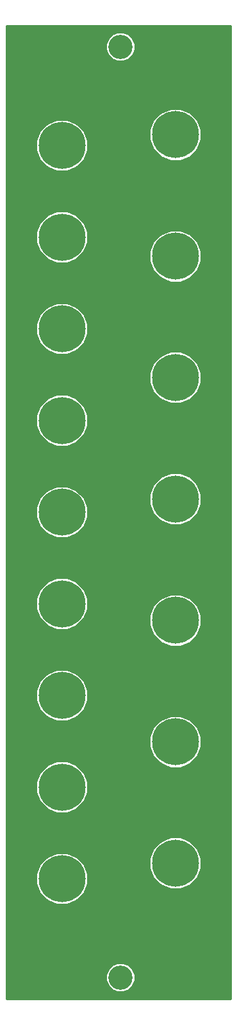
<source format=gbr>
G04 #@! TF.GenerationSoftware,KiCad,Pcbnew,(5.0.0-rc2-47-g52fceb3)*
G04 #@! TF.CreationDate,2018-06-13T16:43:58-05:00*
G04 #@! TF.ProjectId,nearness_att_panel,6E6561726E6573735F6174745F70616E,rev?*
G04 #@! TF.SameCoordinates,Original*
G04 #@! TF.FileFunction,Copper,L2,Bot,Signal*
G04 #@! TF.FilePolarity,Positive*
%FSLAX46Y46*%
G04 Gerber Fmt 4.6, Leading zero omitted, Abs format (unit mm)*
G04 Created by KiCad (PCBNEW (5.0.0-rc2-47-g52fceb3)) date Wednesday, June 13, 2018 at 04:43:58 PM*
%MOMM*%
%LPD*%
G01*
G04 APERTURE LIST*
G04 #@! TA.AperFunction,ComponentPad*
%ADD10C,6.200000*%
G04 #@! TD*
G04 #@! TA.AperFunction,ComponentPad*
%ADD11C,3.200000*%
G04 #@! TD*
G04 #@! TA.AperFunction,NonConductor*
%ADD12C,0.254000*%
G04 #@! TD*
G04 APERTURE END LIST*
D10*
G04 #@! TO.P,REF\002A\002A,*
G04 #@! TO.N,*
X7500000Y-15980000D03*
G04 #@! TD*
G04 #@! TO.P,REF\002A\002A,*
G04 #@! TO.N,*
X22500000Y-110456000D03*
G04 #@! TD*
G04 #@! TO.P,REF\002A\002A,*
G04 #@! TO.N,*
X22500000Y-94475000D03*
G04 #@! TD*
G04 #@! TO.P,REF\002A\002A,*
G04 #@! TO.N,*
X22500000Y-78493000D03*
G04 #@! TD*
G04 #@! TO.P,REF\002A\002A,*
G04 #@! TO.N,*
X22500000Y-62512000D03*
G04 #@! TD*
G04 #@! TO.P,REF\002A\002A,*
G04 #@! TO.N,*
X22500000Y-46531000D03*
G04 #@! TD*
G04 #@! TO.P,REF\002A\002A,*
G04 #@! TO.N,*
X22500000Y-30550000D03*
G04 #@! TD*
G04 #@! TO.P,REF\002A\002A,*
G04 #@! TO.N,*
X22500000Y-14569000D03*
G04 #@! TD*
G04 #@! TO.P,REF\002A\002A,*
G04 #@! TO.N,*
X7500000Y-112500000D03*
G04 #@! TD*
G04 #@! TO.P,REF\002A\002A,*
G04 #@! TO.N,*
X7500000Y-100435000D03*
G04 #@! TD*
G04 #@! TO.P,REF\002A\002A,*
G04 #@! TO.N,*
X7500000Y-88370000D03*
G04 #@! TD*
G04 #@! TO.P,REF\002A\002A,*
G04 #@! TO.N,*
X7500000Y-76305000D03*
G04 #@! TD*
G04 #@! TO.P,REF\002A\002A,*
G04 #@! TO.N,*
X7500000Y-64240000D03*
G04 #@! TD*
G04 #@! TO.P,REF\002A\002A,*
G04 #@! TO.N,*
X7500000Y-52175000D03*
G04 #@! TD*
G04 #@! TO.P,REF\002A\002A,*
G04 #@! TO.N,*
X7500000Y-40110000D03*
G04 #@! TD*
G04 #@! TO.P,REF\002A\002A,*
G04 #@! TO.N,*
X7500000Y-28045000D03*
G04 #@! TD*
D11*
G04 #@! TO.P,REF\002A\002A,*
G04 #@! TO.N,*
X15240000Y-3000000D03*
G04 #@! TD*
G04 #@! TO.P,REF\002A\002A,*
G04 #@! TO.N,*
X15240000Y-125500000D03*
G04 #@! TD*
D12*
G36*
X29798000Y-9657882D02*
X29798001Y-128298000D01*
X1485834Y-128298000D01*
X202000Y-128295828D01*
X202000Y-125116696D01*
X13313000Y-125116696D01*
X13313000Y-125883304D01*
X13606368Y-126591558D01*
X14148442Y-127133632D01*
X14856696Y-127427000D01*
X15623304Y-127427000D01*
X16331558Y-127133632D01*
X16873632Y-126591558D01*
X17167000Y-125883304D01*
X17167000Y-125116696D01*
X16873632Y-124408442D01*
X16331558Y-123866368D01*
X15623304Y-123573000D01*
X14856696Y-123573000D01*
X14148442Y-123866368D01*
X13606368Y-124408442D01*
X13313000Y-125116696D01*
X202000Y-125116696D01*
X202000Y-111818327D01*
X4073000Y-111818327D01*
X4073000Y-113181673D01*
X4594730Y-114441240D01*
X5558760Y-115405270D01*
X6818327Y-115927000D01*
X8181673Y-115927000D01*
X9441240Y-115405270D01*
X10405270Y-114441240D01*
X10927000Y-113181673D01*
X10927000Y-111818327D01*
X10405270Y-110558760D01*
X9620837Y-109774327D01*
X19073000Y-109774327D01*
X19073000Y-111137673D01*
X19594730Y-112397240D01*
X20558760Y-113361270D01*
X21818327Y-113883000D01*
X23181673Y-113883000D01*
X24441240Y-113361270D01*
X25405270Y-112397240D01*
X25927000Y-111137673D01*
X25927000Y-109774327D01*
X25405270Y-108514760D01*
X24441240Y-107550730D01*
X23181673Y-107029000D01*
X21818327Y-107029000D01*
X20558760Y-107550730D01*
X19594730Y-108514760D01*
X19073000Y-109774327D01*
X9620837Y-109774327D01*
X9441240Y-109594730D01*
X8181673Y-109073000D01*
X6818327Y-109073000D01*
X5558760Y-109594730D01*
X4594730Y-110558760D01*
X4073000Y-111818327D01*
X202000Y-111818327D01*
X202000Y-99753327D01*
X4073000Y-99753327D01*
X4073000Y-101116673D01*
X4594730Y-102376240D01*
X5558760Y-103340270D01*
X6818327Y-103862000D01*
X8181673Y-103862000D01*
X9441240Y-103340270D01*
X10405270Y-102376240D01*
X10927000Y-101116673D01*
X10927000Y-99753327D01*
X10405270Y-98493760D01*
X9441240Y-97529730D01*
X8181673Y-97008000D01*
X6818327Y-97008000D01*
X5558760Y-97529730D01*
X4594730Y-98493760D01*
X4073000Y-99753327D01*
X202000Y-99753327D01*
X202000Y-93793327D01*
X19073000Y-93793327D01*
X19073000Y-95156673D01*
X19594730Y-96416240D01*
X20558760Y-97380270D01*
X21818327Y-97902000D01*
X23181673Y-97902000D01*
X24441240Y-97380270D01*
X25405270Y-96416240D01*
X25927000Y-95156673D01*
X25927000Y-93793327D01*
X25405270Y-92533760D01*
X24441240Y-91569730D01*
X23181673Y-91048000D01*
X21818327Y-91048000D01*
X20558760Y-91569730D01*
X19594730Y-92533760D01*
X19073000Y-93793327D01*
X202000Y-93793327D01*
X202000Y-87688327D01*
X4073000Y-87688327D01*
X4073000Y-89051673D01*
X4594730Y-90311240D01*
X5558760Y-91275270D01*
X6818327Y-91797000D01*
X8181673Y-91797000D01*
X9441240Y-91275270D01*
X10405270Y-90311240D01*
X10927000Y-89051673D01*
X10927000Y-87688327D01*
X10405270Y-86428760D01*
X9441240Y-85464730D01*
X8181673Y-84943000D01*
X6818327Y-84943000D01*
X5558760Y-85464730D01*
X4594730Y-86428760D01*
X4073000Y-87688327D01*
X202000Y-87688327D01*
X202000Y-75623327D01*
X4073000Y-75623327D01*
X4073000Y-76986673D01*
X4594730Y-78246240D01*
X5558760Y-79210270D01*
X6818327Y-79732000D01*
X8181673Y-79732000D01*
X9441240Y-79210270D01*
X10405270Y-78246240D01*
X10585416Y-77811327D01*
X19073000Y-77811327D01*
X19073000Y-79174673D01*
X19594730Y-80434240D01*
X20558760Y-81398270D01*
X21818327Y-81920000D01*
X23181673Y-81920000D01*
X24441240Y-81398270D01*
X25405270Y-80434240D01*
X25927000Y-79174673D01*
X25927000Y-77811327D01*
X25405270Y-76551760D01*
X24441240Y-75587730D01*
X23181673Y-75066000D01*
X21818327Y-75066000D01*
X20558760Y-75587730D01*
X19594730Y-76551760D01*
X19073000Y-77811327D01*
X10585416Y-77811327D01*
X10927000Y-76986673D01*
X10927000Y-75623327D01*
X10405270Y-74363760D01*
X9441240Y-73399730D01*
X8181673Y-72878000D01*
X6818327Y-72878000D01*
X5558760Y-73399730D01*
X4594730Y-74363760D01*
X4073000Y-75623327D01*
X202000Y-75623327D01*
X202000Y-63558327D01*
X4073000Y-63558327D01*
X4073000Y-64921673D01*
X4594730Y-66181240D01*
X5558760Y-67145270D01*
X6818327Y-67667000D01*
X8181673Y-67667000D01*
X9441240Y-67145270D01*
X10405270Y-66181240D01*
X10927000Y-64921673D01*
X10927000Y-63558327D01*
X10405270Y-62298760D01*
X9936837Y-61830327D01*
X19073000Y-61830327D01*
X19073000Y-63193673D01*
X19594730Y-64453240D01*
X20558760Y-65417270D01*
X21818327Y-65939000D01*
X23181673Y-65939000D01*
X24441240Y-65417270D01*
X25405270Y-64453240D01*
X25927000Y-63193673D01*
X25927000Y-61830327D01*
X25405270Y-60570760D01*
X24441240Y-59606730D01*
X23181673Y-59085000D01*
X21818327Y-59085000D01*
X20558760Y-59606730D01*
X19594730Y-60570760D01*
X19073000Y-61830327D01*
X9936837Y-61830327D01*
X9441240Y-61334730D01*
X8181673Y-60813000D01*
X6818327Y-60813000D01*
X5558760Y-61334730D01*
X4594730Y-62298760D01*
X4073000Y-63558327D01*
X202000Y-63558327D01*
X202000Y-51493327D01*
X4073000Y-51493327D01*
X4073000Y-52856673D01*
X4594730Y-54116240D01*
X5558760Y-55080270D01*
X6818327Y-55602000D01*
X8181673Y-55602000D01*
X9441240Y-55080270D01*
X10405270Y-54116240D01*
X10927000Y-52856673D01*
X10927000Y-51493327D01*
X10405270Y-50233760D01*
X9441240Y-49269730D01*
X8181673Y-48748000D01*
X6818327Y-48748000D01*
X5558760Y-49269730D01*
X4594730Y-50233760D01*
X4073000Y-51493327D01*
X202000Y-51493327D01*
X202000Y-45849327D01*
X19073000Y-45849327D01*
X19073000Y-47212673D01*
X19594730Y-48472240D01*
X20558760Y-49436270D01*
X21818327Y-49958000D01*
X23181673Y-49958000D01*
X24441240Y-49436270D01*
X25405270Y-48472240D01*
X25927000Y-47212673D01*
X25927000Y-45849327D01*
X25405270Y-44589760D01*
X24441240Y-43625730D01*
X23181673Y-43104000D01*
X21818327Y-43104000D01*
X20558760Y-43625730D01*
X19594730Y-44589760D01*
X19073000Y-45849327D01*
X202000Y-45849327D01*
X202000Y-39428327D01*
X4073000Y-39428327D01*
X4073000Y-40791673D01*
X4594730Y-42051240D01*
X5558760Y-43015270D01*
X6818327Y-43537000D01*
X8181673Y-43537000D01*
X9441240Y-43015270D01*
X10405270Y-42051240D01*
X10927000Y-40791673D01*
X10927000Y-39428327D01*
X10405270Y-38168760D01*
X9441240Y-37204730D01*
X8181673Y-36683000D01*
X6818327Y-36683000D01*
X5558760Y-37204730D01*
X4594730Y-38168760D01*
X4073000Y-39428327D01*
X202000Y-39428327D01*
X202000Y-27363327D01*
X4073000Y-27363327D01*
X4073000Y-28726673D01*
X4594730Y-29986240D01*
X5558760Y-30950270D01*
X6818327Y-31472000D01*
X8181673Y-31472000D01*
X9441240Y-30950270D01*
X10405270Y-29986240D01*
X10454111Y-29868327D01*
X19073000Y-29868327D01*
X19073000Y-31231673D01*
X19594730Y-32491240D01*
X20558760Y-33455270D01*
X21818327Y-33977000D01*
X23181673Y-33977000D01*
X24441240Y-33455270D01*
X25405270Y-32491240D01*
X25927000Y-31231673D01*
X25927000Y-29868327D01*
X25405270Y-28608760D01*
X24441240Y-27644730D01*
X23181673Y-27123000D01*
X21818327Y-27123000D01*
X20558760Y-27644730D01*
X19594730Y-28608760D01*
X19073000Y-29868327D01*
X10454111Y-29868327D01*
X10927000Y-28726673D01*
X10927000Y-27363327D01*
X10405270Y-26103760D01*
X9441240Y-25139730D01*
X8181673Y-24618000D01*
X6818327Y-24618000D01*
X5558760Y-25139730D01*
X4594730Y-26103760D01*
X4073000Y-27363327D01*
X202000Y-27363327D01*
X202000Y-15298327D01*
X4073000Y-15298327D01*
X4073000Y-16661673D01*
X4594730Y-17921240D01*
X5558760Y-18885270D01*
X6818327Y-19407000D01*
X8181673Y-19407000D01*
X9441240Y-18885270D01*
X10405270Y-17921240D01*
X10927000Y-16661673D01*
X10927000Y-15298327D01*
X10405270Y-14038760D01*
X10253837Y-13887327D01*
X19073000Y-13887327D01*
X19073000Y-15250673D01*
X19594730Y-16510240D01*
X20558760Y-17474270D01*
X21818327Y-17996000D01*
X23181673Y-17996000D01*
X24441240Y-17474270D01*
X25405270Y-16510240D01*
X25927000Y-15250673D01*
X25927000Y-13887327D01*
X25405270Y-12627760D01*
X24441240Y-11663730D01*
X23181673Y-11142000D01*
X21818327Y-11142000D01*
X20558760Y-11663730D01*
X19594730Y-12627760D01*
X19073000Y-13887327D01*
X10253837Y-13887327D01*
X9441240Y-13074730D01*
X8181673Y-12553000D01*
X6818327Y-12553000D01*
X5558760Y-13074730D01*
X4594730Y-14038760D01*
X4073000Y-15298327D01*
X202000Y-15298327D01*
X202000Y-2616696D01*
X13313000Y-2616696D01*
X13313000Y-3383304D01*
X13606368Y-4091558D01*
X14148442Y-4633632D01*
X14856696Y-4927000D01*
X15623304Y-4927000D01*
X16331558Y-4633632D01*
X16873632Y-4091558D01*
X17167000Y-3383304D01*
X17167000Y-2616696D01*
X16873632Y-1908442D01*
X16331558Y-1366368D01*
X15623304Y-1073000D01*
X14856696Y-1073000D01*
X14148442Y-1366368D01*
X13606368Y-1908442D01*
X13313000Y-2616696D01*
X202000Y-2616696D01*
X202000Y-202000D01*
X29794260Y-202000D01*
X29798000Y-9657882D01*
X29798000Y-9657882D01*
G37*
X29798000Y-9657882D02*
X29798001Y-128298000D01*
X1485834Y-128298000D01*
X202000Y-128295828D01*
X202000Y-125116696D01*
X13313000Y-125116696D01*
X13313000Y-125883304D01*
X13606368Y-126591558D01*
X14148442Y-127133632D01*
X14856696Y-127427000D01*
X15623304Y-127427000D01*
X16331558Y-127133632D01*
X16873632Y-126591558D01*
X17167000Y-125883304D01*
X17167000Y-125116696D01*
X16873632Y-124408442D01*
X16331558Y-123866368D01*
X15623304Y-123573000D01*
X14856696Y-123573000D01*
X14148442Y-123866368D01*
X13606368Y-124408442D01*
X13313000Y-125116696D01*
X202000Y-125116696D01*
X202000Y-111818327D01*
X4073000Y-111818327D01*
X4073000Y-113181673D01*
X4594730Y-114441240D01*
X5558760Y-115405270D01*
X6818327Y-115927000D01*
X8181673Y-115927000D01*
X9441240Y-115405270D01*
X10405270Y-114441240D01*
X10927000Y-113181673D01*
X10927000Y-111818327D01*
X10405270Y-110558760D01*
X9620837Y-109774327D01*
X19073000Y-109774327D01*
X19073000Y-111137673D01*
X19594730Y-112397240D01*
X20558760Y-113361270D01*
X21818327Y-113883000D01*
X23181673Y-113883000D01*
X24441240Y-113361270D01*
X25405270Y-112397240D01*
X25927000Y-111137673D01*
X25927000Y-109774327D01*
X25405270Y-108514760D01*
X24441240Y-107550730D01*
X23181673Y-107029000D01*
X21818327Y-107029000D01*
X20558760Y-107550730D01*
X19594730Y-108514760D01*
X19073000Y-109774327D01*
X9620837Y-109774327D01*
X9441240Y-109594730D01*
X8181673Y-109073000D01*
X6818327Y-109073000D01*
X5558760Y-109594730D01*
X4594730Y-110558760D01*
X4073000Y-111818327D01*
X202000Y-111818327D01*
X202000Y-99753327D01*
X4073000Y-99753327D01*
X4073000Y-101116673D01*
X4594730Y-102376240D01*
X5558760Y-103340270D01*
X6818327Y-103862000D01*
X8181673Y-103862000D01*
X9441240Y-103340270D01*
X10405270Y-102376240D01*
X10927000Y-101116673D01*
X10927000Y-99753327D01*
X10405270Y-98493760D01*
X9441240Y-97529730D01*
X8181673Y-97008000D01*
X6818327Y-97008000D01*
X5558760Y-97529730D01*
X4594730Y-98493760D01*
X4073000Y-99753327D01*
X202000Y-99753327D01*
X202000Y-93793327D01*
X19073000Y-93793327D01*
X19073000Y-95156673D01*
X19594730Y-96416240D01*
X20558760Y-97380270D01*
X21818327Y-97902000D01*
X23181673Y-97902000D01*
X24441240Y-97380270D01*
X25405270Y-96416240D01*
X25927000Y-95156673D01*
X25927000Y-93793327D01*
X25405270Y-92533760D01*
X24441240Y-91569730D01*
X23181673Y-91048000D01*
X21818327Y-91048000D01*
X20558760Y-91569730D01*
X19594730Y-92533760D01*
X19073000Y-93793327D01*
X202000Y-93793327D01*
X202000Y-87688327D01*
X4073000Y-87688327D01*
X4073000Y-89051673D01*
X4594730Y-90311240D01*
X5558760Y-91275270D01*
X6818327Y-91797000D01*
X8181673Y-91797000D01*
X9441240Y-91275270D01*
X10405270Y-90311240D01*
X10927000Y-89051673D01*
X10927000Y-87688327D01*
X10405270Y-86428760D01*
X9441240Y-85464730D01*
X8181673Y-84943000D01*
X6818327Y-84943000D01*
X5558760Y-85464730D01*
X4594730Y-86428760D01*
X4073000Y-87688327D01*
X202000Y-87688327D01*
X202000Y-75623327D01*
X4073000Y-75623327D01*
X4073000Y-76986673D01*
X4594730Y-78246240D01*
X5558760Y-79210270D01*
X6818327Y-79732000D01*
X8181673Y-79732000D01*
X9441240Y-79210270D01*
X10405270Y-78246240D01*
X10585416Y-77811327D01*
X19073000Y-77811327D01*
X19073000Y-79174673D01*
X19594730Y-80434240D01*
X20558760Y-81398270D01*
X21818327Y-81920000D01*
X23181673Y-81920000D01*
X24441240Y-81398270D01*
X25405270Y-80434240D01*
X25927000Y-79174673D01*
X25927000Y-77811327D01*
X25405270Y-76551760D01*
X24441240Y-75587730D01*
X23181673Y-75066000D01*
X21818327Y-75066000D01*
X20558760Y-75587730D01*
X19594730Y-76551760D01*
X19073000Y-77811327D01*
X10585416Y-77811327D01*
X10927000Y-76986673D01*
X10927000Y-75623327D01*
X10405270Y-74363760D01*
X9441240Y-73399730D01*
X8181673Y-72878000D01*
X6818327Y-72878000D01*
X5558760Y-73399730D01*
X4594730Y-74363760D01*
X4073000Y-75623327D01*
X202000Y-75623327D01*
X202000Y-63558327D01*
X4073000Y-63558327D01*
X4073000Y-64921673D01*
X4594730Y-66181240D01*
X5558760Y-67145270D01*
X6818327Y-67667000D01*
X8181673Y-67667000D01*
X9441240Y-67145270D01*
X10405270Y-66181240D01*
X10927000Y-64921673D01*
X10927000Y-63558327D01*
X10405270Y-62298760D01*
X9936837Y-61830327D01*
X19073000Y-61830327D01*
X19073000Y-63193673D01*
X19594730Y-64453240D01*
X20558760Y-65417270D01*
X21818327Y-65939000D01*
X23181673Y-65939000D01*
X24441240Y-65417270D01*
X25405270Y-64453240D01*
X25927000Y-63193673D01*
X25927000Y-61830327D01*
X25405270Y-60570760D01*
X24441240Y-59606730D01*
X23181673Y-59085000D01*
X21818327Y-59085000D01*
X20558760Y-59606730D01*
X19594730Y-60570760D01*
X19073000Y-61830327D01*
X9936837Y-61830327D01*
X9441240Y-61334730D01*
X8181673Y-60813000D01*
X6818327Y-60813000D01*
X5558760Y-61334730D01*
X4594730Y-62298760D01*
X4073000Y-63558327D01*
X202000Y-63558327D01*
X202000Y-51493327D01*
X4073000Y-51493327D01*
X4073000Y-52856673D01*
X4594730Y-54116240D01*
X5558760Y-55080270D01*
X6818327Y-55602000D01*
X8181673Y-55602000D01*
X9441240Y-55080270D01*
X10405270Y-54116240D01*
X10927000Y-52856673D01*
X10927000Y-51493327D01*
X10405270Y-50233760D01*
X9441240Y-49269730D01*
X8181673Y-48748000D01*
X6818327Y-48748000D01*
X5558760Y-49269730D01*
X4594730Y-50233760D01*
X4073000Y-51493327D01*
X202000Y-51493327D01*
X202000Y-45849327D01*
X19073000Y-45849327D01*
X19073000Y-47212673D01*
X19594730Y-48472240D01*
X20558760Y-49436270D01*
X21818327Y-49958000D01*
X23181673Y-49958000D01*
X24441240Y-49436270D01*
X25405270Y-48472240D01*
X25927000Y-47212673D01*
X25927000Y-45849327D01*
X25405270Y-44589760D01*
X24441240Y-43625730D01*
X23181673Y-43104000D01*
X21818327Y-43104000D01*
X20558760Y-43625730D01*
X19594730Y-44589760D01*
X19073000Y-45849327D01*
X202000Y-45849327D01*
X202000Y-39428327D01*
X4073000Y-39428327D01*
X4073000Y-40791673D01*
X4594730Y-42051240D01*
X5558760Y-43015270D01*
X6818327Y-43537000D01*
X8181673Y-43537000D01*
X9441240Y-43015270D01*
X10405270Y-42051240D01*
X10927000Y-40791673D01*
X10927000Y-39428327D01*
X10405270Y-38168760D01*
X9441240Y-37204730D01*
X8181673Y-36683000D01*
X6818327Y-36683000D01*
X5558760Y-37204730D01*
X4594730Y-38168760D01*
X4073000Y-39428327D01*
X202000Y-39428327D01*
X202000Y-27363327D01*
X4073000Y-27363327D01*
X4073000Y-28726673D01*
X4594730Y-29986240D01*
X5558760Y-30950270D01*
X6818327Y-31472000D01*
X8181673Y-31472000D01*
X9441240Y-30950270D01*
X10405270Y-29986240D01*
X10454111Y-29868327D01*
X19073000Y-29868327D01*
X19073000Y-31231673D01*
X19594730Y-32491240D01*
X20558760Y-33455270D01*
X21818327Y-33977000D01*
X23181673Y-33977000D01*
X24441240Y-33455270D01*
X25405270Y-32491240D01*
X25927000Y-31231673D01*
X25927000Y-29868327D01*
X25405270Y-28608760D01*
X24441240Y-27644730D01*
X23181673Y-27123000D01*
X21818327Y-27123000D01*
X20558760Y-27644730D01*
X19594730Y-28608760D01*
X19073000Y-29868327D01*
X10454111Y-29868327D01*
X10927000Y-28726673D01*
X10927000Y-27363327D01*
X10405270Y-26103760D01*
X9441240Y-25139730D01*
X8181673Y-24618000D01*
X6818327Y-24618000D01*
X5558760Y-25139730D01*
X4594730Y-26103760D01*
X4073000Y-27363327D01*
X202000Y-27363327D01*
X202000Y-15298327D01*
X4073000Y-15298327D01*
X4073000Y-16661673D01*
X4594730Y-17921240D01*
X5558760Y-18885270D01*
X6818327Y-19407000D01*
X8181673Y-19407000D01*
X9441240Y-18885270D01*
X10405270Y-17921240D01*
X10927000Y-16661673D01*
X10927000Y-15298327D01*
X10405270Y-14038760D01*
X10253837Y-13887327D01*
X19073000Y-13887327D01*
X19073000Y-15250673D01*
X19594730Y-16510240D01*
X20558760Y-17474270D01*
X21818327Y-17996000D01*
X23181673Y-17996000D01*
X24441240Y-17474270D01*
X25405270Y-16510240D01*
X25927000Y-15250673D01*
X25927000Y-13887327D01*
X25405270Y-12627760D01*
X24441240Y-11663730D01*
X23181673Y-11142000D01*
X21818327Y-11142000D01*
X20558760Y-11663730D01*
X19594730Y-12627760D01*
X19073000Y-13887327D01*
X10253837Y-13887327D01*
X9441240Y-13074730D01*
X8181673Y-12553000D01*
X6818327Y-12553000D01*
X5558760Y-13074730D01*
X4594730Y-14038760D01*
X4073000Y-15298327D01*
X202000Y-15298327D01*
X202000Y-2616696D01*
X13313000Y-2616696D01*
X13313000Y-3383304D01*
X13606368Y-4091558D01*
X14148442Y-4633632D01*
X14856696Y-4927000D01*
X15623304Y-4927000D01*
X16331558Y-4633632D01*
X16873632Y-4091558D01*
X17167000Y-3383304D01*
X17167000Y-2616696D01*
X16873632Y-1908442D01*
X16331558Y-1366368D01*
X15623304Y-1073000D01*
X14856696Y-1073000D01*
X14148442Y-1366368D01*
X13606368Y-1908442D01*
X13313000Y-2616696D01*
X202000Y-2616696D01*
X202000Y-202000D01*
X29794260Y-202000D01*
X29798000Y-9657882D01*
M02*

</source>
